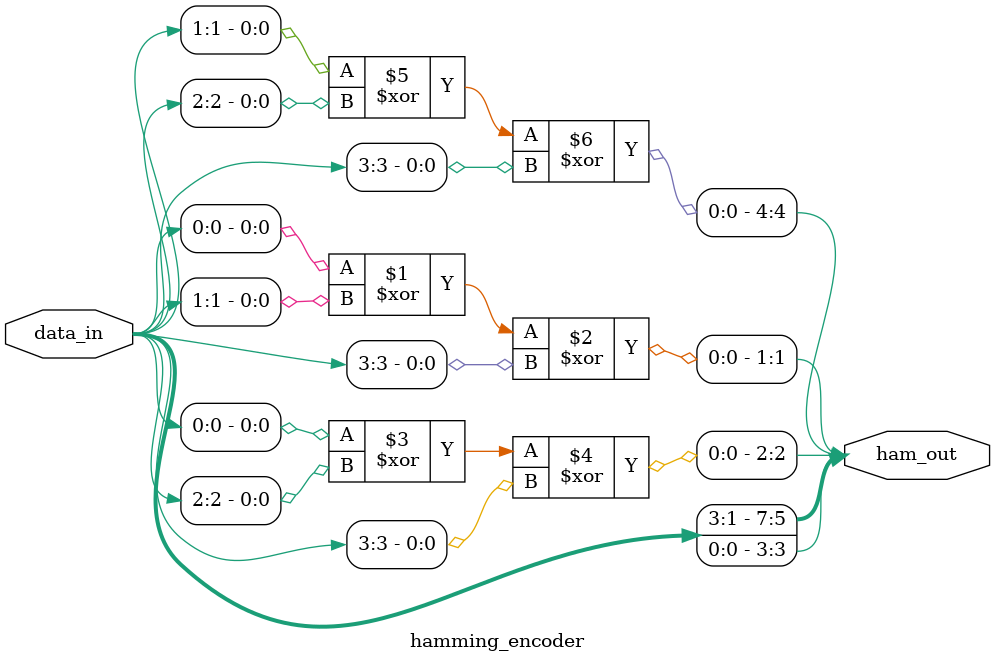
<source format=v>

module hamming_encoder(
    input [3:0] data_in,
    output [7:1] ham_out
    );
        
  xor(ham_out[1],data_in[0],data_in[1],data_in[3]);
  xor(ham_out[2],data_in[0],data_in[2],data_in[3]);
  assign ham_out[3] = data_in[0];
  xor(ham_out[4],data_in[1],data_in[2],data_in[3]);
  assign ham_out[5] = data_in[1];
  assign ham_out[6] = data_in[2];
  assign ham_out[7] = data_in[3];
endmodule
</source>
